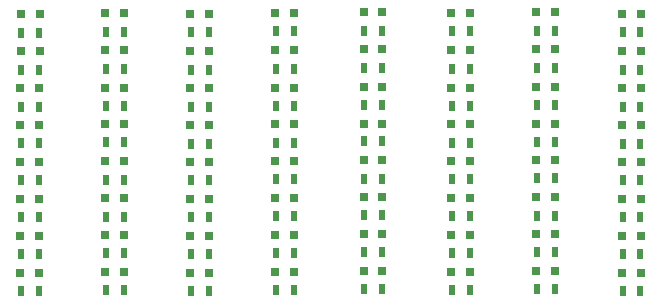
<source format=gtp>
%TF.GenerationSoftware,KiCad,Pcbnew,(5.1.9)-1*%
%TF.CreationDate,2021-05-17T19:38:56-07:00*%
%TF.ProjectId,ShiftRegBoard,53686966-7452-4656-9742-6f6172642e6b,rev?*%
%TF.SameCoordinates,Original*%
%TF.FileFunction,Paste,Top*%
%TF.FilePolarity,Positive*%
%FSLAX46Y46*%
G04 Gerber Fmt 4.6, Leading zero omitted, Abs format (unit mm)*
G04 Created by KiCad (PCBNEW (5.1.9)-1) date 2021-05-17 19:38:56*
%MOMM*%
%LPD*%
G01*
G04 APERTURE LIST*
%ADD10R,0.800000X0.800000*%
%ADD11R,0.500000X0.900000*%
G04 APERTURE END LIST*
D10*
%TO.C,D1*%
X77609500Y-54711600D03*
X76009500Y-54711600D03*
%TD*%
%TO.C,D2*%
X77609500Y-51600100D03*
X76009500Y-51600100D03*
%TD*%
%TO.C,D3*%
X77609500Y-48463200D03*
X76009500Y-48463200D03*
%TD*%
%TO.C,D4*%
X77609500Y-45313600D03*
X76009500Y-45313600D03*
%TD*%
%TO.C,D5*%
X77609500Y-42252900D03*
X76009500Y-42252900D03*
%TD*%
%TO.C,D6*%
X77609500Y-39128700D03*
X76009500Y-39128700D03*
%TD*%
%TO.C,D7*%
X77622200Y-35966400D03*
X76022200Y-35966400D03*
%TD*%
%TO.C,D8*%
X77622200Y-32816800D03*
X76022200Y-32816800D03*
%TD*%
%TO.C,D9*%
X84772300Y-54635400D03*
X83172300Y-54635400D03*
%TD*%
%TO.C,D10*%
X84772300Y-51523900D03*
X83172300Y-51523900D03*
%TD*%
%TO.C,D11*%
X84772300Y-48387000D03*
X83172300Y-48387000D03*
%TD*%
%TO.C,D12*%
X84772300Y-45237400D03*
X83172300Y-45237400D03*
%TD*%
%TO.C,D13*%
X84772300Y-42176700D03*
X83172300Y-42176700D03*
%TD*%
%TO.C,D14*%
X84772300Y-39052500D03*
X83172300Y-39052500D03*
%TD*%
%TO.C,D15*%
X84772300Y-35877500D03*
X83172300Y-35877500D03*
%TD*%
%TO.C,D16*%
X84772300Y-32740600D03*
X83172300Y-32740600D03*
%TD*%
%TO.C,D17*%
X91998600Y-54711600D03*
X90398600Y-54711600D03*
%TD*%
%TO.C,D18*%
X91998600Y-51600100D03*
X90398600Y-51600100D03*
%TD*%
%TO.C,D19*%
X91998600Y-48463200D03*
X90398600Y-48463200D03*
%TD*%
%TO.C,D20*%
X91998600Y-45313600D03*
X90398600Y-45313600D03*
%TD*%
%TO.C,D21*%
X91998600Y-42252900D03*
X90398600Y-42252900D03*
%TD*%
%TO.C,D22*%
X91998600Y-39128700D03*
X90398600Y-39128700D03*
%TD*%
%TO.C,D23*%
X91998600Y-35953700D03*
X90398600Y-35953700D03*
%TD*%
%TO.C,D24*%
X91998600Y-32816800D03*
X90398600Y-32816800D03*
%TD*%
%TO.C,D25*%
X99174100Y-54635400D03*
X97574100Y-54635400D03*
%TD*%
%TO.C,D26*%
X99174100Y-51523900D03*
X97574100Y-51523900D03*
%TD*%
%TO.C,D27*%
X99174100Y-48387000D03*
X97574100Y-48387000D03*
%TD*%
%TO.C,D28*%
X99174100Y-45237400D03*
X97574100Y-45237400D03*
%TD*%
%TO.C,D29*%
X99174100Y-42176700D03*
X97574100Y-42176700D03*
%TD*%
%TO.C,D30*%
X99174100Y-39052500D03*
X97574100Y-39052500D03*
%TD*%
%TO.C,D31*%
X99174100Y-35877500D03*
X97574100Y-35877500D03*
%TD*%
%TO.C,D32*%
X99174100Y-32740600D03*
X97574100Y-32740600D03*
%TD*%
%TO.C,D33*%
X106654400Y-54559200D03*
X105054400Y-54559200D03*
%TD*%
%TO.C,D34*%
X106654400Y-51447700D03*
X105054400Y-51447700D03*
%TD*%
%TO.C,D35*%
X106654400Y-48310800D03*
X105054400Y-48310800D03*
%TD*%
%TO.C,D36*%
X106654400Y-45161200D03*
X105054400Y-45161200D03*
%TD*%
%TO.C,D37*%
X106654400Y-42100500D03*
X105054400Y-42100500D03*
%TD*%
%TO.C,D38*%
X106654400Y-38976300D03*
X105054400Y-38976300D03*
%TD*%
%TO.C,D39*%
X106654400Y-35801300D03*
X105054400Y-35801300D03*
%TD*%
%TO.C,D40*%
X106654400Y-32664400D03*
X105054400Y-32664400D03*
%TD*%
%TO.C,D41*%
X114083900Y-54635400D03*
X112483900Y-54635400D03*
%TD*%
%TO.C,D42*%
X114083900Y-51523900D03*
X112483900Y-51523900D03*
%TD*%
%TO.C,D43*%
X114083900Y-48387000D03*
X112483900Y-48387000D03*
%TD*%
%TO.C,D44*%
X114083900Y-45237400D03*
X112483900Y-45237400D03*
%TD*%
%TO.C,D45*%
X114083900Y-42176700D03*
X112483900Y-42176700D03*
%TD*%
%TO.C,D46*%
X114083900Y-39052500D03*
X112483900Y-39052500D03*
%TD*%
%TO.C,D47*%
X114083900Y-35877500D03*
X112483900Y-35877500D03*
%TD*%
%TO.C,D48*%
X114083900Y-32740600D03*
X112483900Y-32740600D03*
%TD*%
%TO.C,D49*%
X121284800Y-54559200D03*
X119684800Y-54559200D03*
%TD*%
%TO.C,D50*%
X121284800Y-51447700D03*
X119684800Y-51447700D03*
%TD*%
%TO.C,D51*%
X121284800Y-48310800D03*
X119684800Y-48310800D03*
%TD*%
%TO.C,D52*%
X121284800Y-45161200D03*
X119684800Y-45161200D03*
%TD*%
%TO.C,D53*%
X121284800Y-42100500D03*
X119684800Y-42100500D03*
%TD*%
%TO.C,D54*%
X121284800Y-38976300D03*
X119684800Y-38976300D03*
%TD*%
%TO.C,D55*%
X121284800Y-35801300D03*
X119684800Y-35801300D03*
%TD*%
%TO.C,D56*%
X121284800Y-32664400D03*
X119684800Y-32664400D03*
%TD*%
%TO.C,D57*%
X128523800Y-54711600D03*
X126923800Y-54711600D03*
%TD*%
%TO.C,D58*%
X128523800Y-51600100D03*
X126923800Y-51600100D03*
%TD*%
%TO.C,D59*%
X128523800Y-48450500D03*
X126923800Y-48450500D03*
%TD*%
%TO.C,D60*%
X128523800Y-45313600D03*
X126923800Y-45313600D03*
%TD*%
%TO.C,D61*%
X128523800Y-42252900D03*
X126923800Y-42252900D03*
%TD*%
%TO.C,D62*%
X128523800Y-39128700D03*
X126923800Y-39128700D03*
%TD*%
%TO.C,D63*%
X128523800Y-35953700D03*
X126923800Y-35953700D03*
%TD*%
%TO.C,D64*%
X128523800Y-32816800D03*
X126923800Y-32816800D03*
%TD*%
D11*
%TO.C,R1*%
X76073000Y-56311800D03*
X77573000Y-56311800D03*
%TD*%
%TO.C,R2*%
X76073000Y-53124100D03*
X77573000Y-53124100D03*
%TD*%
%TO.C,R3*%
X76073000Y-49987200D03*
X77573000Y-49987200D03*
%TD*%
%TO.C,R4*%
X76073000Y-46875700D03*
X77573000Y-46875700D03*
%TD*%
%TO.C,R5*%
X76073000Y-43764200D03*
X77573000Y-43764200D03*
%TD*%
%TO.C,R6*%
X76073000Y-40690800D03*
X77573000Y-40690800D03*
%TD*%
%TO.C,R7*%
X76073000Y-37541200D03*
X77573000Y-37541200D03*
%TD*%
%TO.C,R8*%
X76073000Y-34404300D03*
X77573000Y-34404300D03*
%TD*%
%TO.C,R9*%
X83235800Y-56197500D03*
X84735800Y-56197500D03*
%TD*%
%TO.C,R10*%
X83235800Y-53086000D03*
X84735800Y-53086000D03*
%TD*%
%TO.C,R11*%
X83235800Y-49974500D03*
X84735800Y-49974500D03*
%TD*%
%TO.C,R12*%
X83235800Y-46837600D03*
X84735800Y-46837600D03*
%TD*%
%TO.C,R13*%
X83235800Y-43700700D03*
X84735800Y-43700700D03*
%TD*%
%TO.C,R14*%
X83235800Y-40640000D03*
X84735800Y-40640000D03*
%TD*%
%TO.C,R15*%
X83235800Y-37465000D03*
X84735800Y-37465000D03*
%TD*%
%TO.C,R16*%
X83235800Y-34328100D03*
X84735800Y-34328100D03*
%TD*%
%TO.C,R17*%
X90462100Y-56286400D03*
X91962100Y-56286400D03*
%TD*%
%TO.C,R18*%
X90462100Y-53162200D03*
X91962100Y-53162200D03*
%TD*%
%TO.C,R19*%
X90462100Y-50025300D03*
X91962100Y-50025300D03*
%TD*%
%TO.C,R20*%
X90462100Y-46901100D03*
X91962100Y-46901100D03*
%TD*%
%TO.C,R21*%
X90462100Y-43789600D03*
X91962100Y-43789600D03*
%TD*%
%TO.C,R22*%
X90462100Y-40716200D03*
X91962100Y-40716200D03*
%TD*%
%TO.C,R23*%
X90462100Y-37553900D03*
X91962100Y-37553900D03*
%TD*%
%TO.C,R24*%
X90462100Y-34378900D03*
X91962100Y-34378900D03*
%TD*%
%TO.C,R25*%
X97637600Y-56197500D03*
X99137600Y-56197500D03*
%TD*%
%TO.C,R26*%
X97637600Y-53098700D03*
X99137600Y-53098700D03*
%TD*%
%TO.C,R27*%
X97637600Y-49949100D03*
X99137600Y-49949100D03*
%TD*%
%TO.C,R28*%
X97637600Y-46824900D03*
X99137600Y-46824900D03*
%TD*%
%TO.C,R29*%
X97637600Y-43713400D03*
X99137600Y-43713400D03*
%TD*%
%TO.C,R30*%
X97637600Y-40614600D03*
X99137600Y-40614600D03*
%TD*%
%TO.C,R31*%
X97637600Y-37477700D03*
X99137600Y-37477700D03*
%TD*%
%TO.C,R32*%
X97637600Y-34302700D03*
X99137600Y-34302700D03*
%TD*%
%TO.C,R33*%
X105117900Y-56134000D03*
X106617900Y-56134000D03*
%TD*%
%TO.C,R34*%
X105117900Y-53009800D03*
X106617900Y-53009800D03*
%TD*%
%TO.C,R35*%
X105117900Y-49872900D03*
X106617900Y-49872900D03*
%TD*%
%TO.C,R36*%
X105117900Y-46774100D03*
X106617900Y-46774100D03*
%TD*%
%TO.C,R37*%
X105117900Y-43611800D03*
X106617900Y-43611800D03*
%TD*%
%TO.C,R38*%
X105117900Y-40525700D03*
X106617900Y-40525700D03*
%TD*%
%TO.C,R39*%
X105117900Y-37376100D03*
X106617900Y-37376100D03*
%TD*%
%TO.C,R40*%
X105117900Y-34226500D03*
X106617900Y-34226500D03*
%TD*%
%TO.C,R41*%
X112547400Y-56197500D03*
X114047400Y-56197500D03*
%TD*%
%TO.C,R42*%
X112547400Y-53073300D03*
X114047400Y-53073300D03*
%TD*%
%TO.C,R43*%
X112547400Y-49949100D03*
X114047400Y-49949100D03*
%TD*%
%TO.C,R44*%
X112547400Y-46824900D03*
X114047400Y-46824900D03*
%TD*%
%TO.C,R45*%
X112547400Y-43726100D03*
X114047400Y-43726100D03*
%TD*%
%TO.C,R46*%
X112547400Y-40627300D03*
X114047400Y-40627300D03*
%TD*%
%TO.C,R47*%
X112547400Y-37465000D03*
X114047400Y-37465000D03*
%TD*%
%TO.C,R48*%
X112547400Y-34264600D03*
X114047400Y-34264600D03*
%TD*%
%TO.C,R49*%
X119748300Y-56083200D03*
X121248300Y-56083200D03*
%TD*%
%TO.C,R50*%
X119748300Y-53009800D03*
X121248300Y-53009800D03*
%TD*%
%TO.C,R51*%
X119748300Y-49885600D03*
X121248300Y-49885600D03*
%TD*%
%TO.C,R52*%
X119748300Y-46748700D03*
X121248300Y-46748700D03*
%TD*%
%TO.C,R53*%
X119748300Y-43637200D03*
X121248300Y-43637200D03*
%TD*%
%TO.C,R54*%
X119748300Y-40551100D03*
X121248300Y-40551100D03*
%TD*%
%TO.C,R55*%
X119748300Y-37401500D03*
X121248300Y-37401500D03*
%TD*%
%TO.C,R56*%
X119748300Y-34226500D03*
X121248300Y-34226500D03*
%TD*%
%TO.C,R57*%
X126987300Y-56299100D03*
X128487300Y-56299100D03*
%TD*%
%TO.C,R58*%
X126987300Y-53149500D03*
X128487300Y-53149500D03*
%TD*%
%TO.C,R59*%
X126987300Y-50012600D03*
X128487300Y-50012600D03*
%TD*%
%TO.C,R60*%
X126987300Y-46875700D03*
X128487300Y-46875700D03*
%TD*%
%TO.C,R61*%
X126987300Y-43789600D03*
X128487300Y-43789600D03*
%TD*%
%TO.C,R62*%
X126987300Y-40678100D03*
X128487300Y-40678100D03*
%TD*%
%TO.C,R63*%
X126987300Y-37541200D03*
X128487300Y-37541200D03*
%TD*%
%TO.C,R64*%
X126987300Y-34378900D03*
X128487300Y-34378900D03*
%TD*%
M02*

</source>
